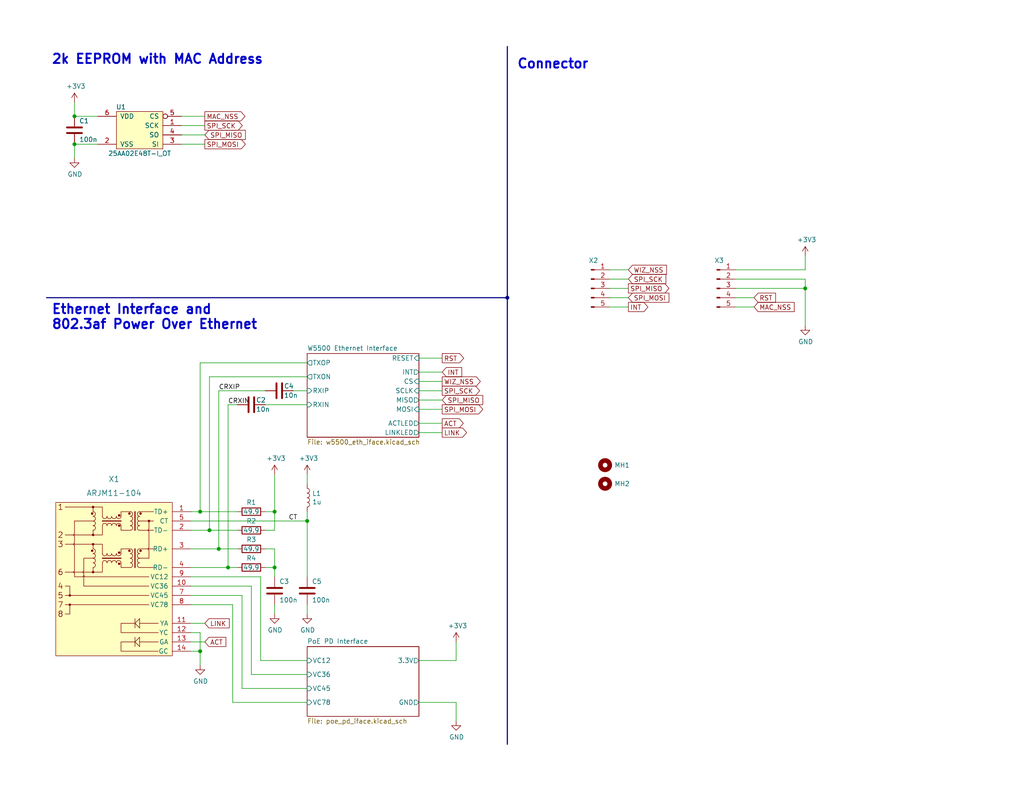
<source format=kicad_sch>
(kicad_sch (version 20230121) (generator eeschema)
  (paper "USLetter")
  (title_block (title "PoE Addon") (date "2022-06-26") (rev "1") (company "Alex Martens"))
  (lib_symbols
    (symbol "Connector:Conn_01x05_Male" (pin_names (offset 1.016) hide)
      (property "Reference" "J" (at 0 7.62 0))
      (property "Value" "Conn_01x05_Male" (at 0 -7.62 0))
      (symbol "Conn_01x05_Male_1_1"
        (polyline (pts (xy 1.27 -5.08) (xy 0.8636 -5.08)) (stroke (width 0.1524)))
        (polyline (pts (xy 1.27 -2.54) (xy 0.8636 -2.54)) (stroke (width 0.1524)))
        (polyline (pts (xy 1.27 0) (xy 0.8636 0)) (stroke (width 0.1524)))
        (polyline (pts (xy 1.27 2.54) (xy 0.8636 2.54)) (stroke (width 0.1524)))
        (polyline (pts (xy 1.27 5.08) (xy 0.8636 5.08)) (stroke (width 0.1524)))
        (rectangle (start 0.8636 -4.953) (end 0 -5.207) (stroke (width 0.1524)) (fill (type outline)))
        (rectangle (start 0.8636 -2.413) (end 0 -2.667) (stroke (width 0.1524)) (fill (type outline)))
        (rectangle (start 0.8636 0.127) (end 0 -0.127) (stroke (width 0.1524)) (fill (type outline)))
        (rectangle (start 0.8636 2.667) (end 0 2.413) (stroke (width 0.1524)) (fill (type outline)))
        (rectangle (start 0.8636 5.207) (end 0 4.953) (stroke (width 0.1524)) (fill (type outline)))
        (pin passive line (at 5.08 5.08 180) (length 3.81) (name "Pin_1") (number "1"))
        (pin passive line (at 5.08 2.54 180) (length 3.81) (name "Pin_2") (number "2"))
        (pin passive line (at 5.08 0 180) (length 3.81) (name "Pin_3") (number "3"))
        (pin passive line (at 5.08 -2.54 180) (length 3.81) (name "Pin_4") (number "4"))
        (pin passive line (at 5.08 -5.08 180) (length 3.81) (name "Pin_5") (number "5"))
      )
    )
    (symbol "Device:C" (pin_numbers hide) (pin_names (offset 0.254))
      (property "Reference" "C" (at 0.635 2.54 0))
      (property "Value" "C" (at 0.635 -2.54 0))
      (symbol "C_0_1"
        (polyline (pts (xy -2.032 -0.762) (xy 2.032 -0.762)) (stroke (width 0.508)))
        (polyline (pts (xy -2.032 0.762) (xy 2.032 0.762)) (stroke (width 0.508)))
      )
      (symbol "C_1_1"
        (pin passive line (at 0 3.81 270) (length 2.794) (name "~") (number "1"))
        (pin passive line (at 0 -3.81 90) (length 2.794) (name "~") (number "2"))
      )
    )
    (symbol "Device:L" (pin_numbers hide) (pin_names (offset 1.016) hide)
      (property "Reference" "L" (at -1.27 0 90))
      (property "Value" "L" (at 1.905 0 90))
      (symbol "L_0_1"
        (arc (start 0 -2.54) (mid 0.6323 -1.905) (end 0 -1.27))
        (arc (start 0 -1.27) (mid 0.6323 -0.635) (end 0 0))
        (arc (start 0 0) (mid 0.6323 0.635) (end 0 1.27))
        (arc (start 0 1.27) (mid 0.6323 1.905) (end 0 2.54))
      )
      (symbol "L_1_1"
        (pin passive line (at 0 3.81 270) (length 1.27) (name "1") (number "1"))
        (pin passive line (at 0 -3.81 90) (length 1.27) (name "2") (number "2"))
      )
    )
    (symbol "Device:R" (pin_numbers hide) (pin_names (offset 0))
      (property "Reference" "R" (at 2.032 0 90))
      (property "Value" "R" (at 0 0 90))
      (symbol "R_0_1"
        (rectangle (start -1.016 -2.54) (end 1.016 2.54) (stroke (width 0.254)))
      )
      (symbol "R_1_1"
        (pin passive line (at 0 3.81 270) (length 1.27) (name "~") (number "1"))
        (pin passive line (at 0 -3.81 90) (length 1.27) (name "~") (number "2"))
      )
    )
    (symbol "Mechanical:MountingHole" (pin_names (offset 1.016))
      (property "Reference" "H" (at 0 5.08 0))
      (property "Value" "MountingHole" (at 0 3.175 0))
      (symbol "MountingHole_0_1"
        (circle (center 0 0) (radius 1.27) (stroke (width 1.27)))
      )
    )
    (symbol "newam:25AA02E48T-I_OT" (pin_names (offset 1.016))
      (property "Reference" "U" (at -5.08 6.35 0))
      (property "Value" "25AA02E48T-I_OT" (at 0 -6.35 0))
      (symbol "25AA02E48T-I_OT_1_1"
        (rectangle (start -6.35 5.08) (end 6.35 -5.08) (fill (type background)))
        (pin input line (at 11.43 1.27 180) (length 5.08) (name "SCK") (number "1"))
        (pin power_in line (at -11.43 -3.81 0) (length 5.08) (name "VSS") (number "2"))
        (pin input line (at 11.43 -3.81 180) (length 5.08) (name "SI") (number "3"))
        (pin output line (at 11.43 -1.27 180) (length 5.08) (name "SO") (number "4"))
        (pin input inverted (at 11.43 3.81 180) (length 5.08) (name "CS") (number "5"))
        (pin power_in line (at -11.43 3.81 0) (length 5.08) (name "VDD") (number "6"))
      )
    )
    (symbol "newam:ARJM11-104" (pin_names (offset 1.016))
      (property "Reference" "X" (at -13.97 21.59 0))
      (property "Value" "ARJM11-104" (at 1.27 -24.13 0))
      (symbol "ARJM11-104_0_0"
        (rectangle (start -15.24 20.32) (end 16.51 -21.59) (fill (type background)))
        (circle (center -11.43 -5.08) (radius 0.254) (fill (type outline)))
        (text "1" (at -13.97 19.05 0) (effects (font (size 1.524 1.524))))
        (text "2" (at -13.97 11.43 0) (effects (font (size 1.524 1.524))))
        (text "3" (at -13.97 8.89 0) (effects (font (size 1.524 1.524))))
        (text "4" (at -13.97 -2.54 0) (effects (font (size 1.524 1.524))))
        (text "5" (at -13.97 -5.08 0) (effects (font (size 1.524 1.524))))
        (text "6" (at -13.97 1.27 0) (effects (font (size 1.524 1.524))))
        (text "7" (at -13.97 -7.62 0) (effects (font (size 1.524 1.524))))
        (text "8" (at -13.97 -10.16 0) (effects (font (size 1.524 1.524))))
      )
      (symbol "ARJM11-104_0_1"
        (circle (center -11.43 -7.62) (radius 0.254) (fill (type outline)))
        (arc (start -10.16 1.524) (mid -10.4129 1.27) (end -10.16 1.016))
        (arc (start -10.16 9.144) (mid -10.4129 8.89) (end -10.16 8.636))
        (arc (start -10.16 11.684) (mid -10.4129 11.43) (end -10.16 11.176))
        (arc (start -7.62 1.524) (mid -7.8729 1.27) (end -7.62 1.016))
        (arc (start -7.366 0) (mid -7.62 0.2529) (end -7.874 0))
        (circle (center -5.334 7.112) (radius 0.254) (fill (type outline)))
        (circle (center -5.334 17.272) (radius 0.254) (fill (type outline)))
        (circle (center -5.08 1.27) (radius 0.254) (fill (type outline)))
        (arc (start -5.08 2.54) (mid -4.4477 3.175) (end -5.08 3.81))
        (arc (start -5.08 3.81) (mid -4.4477 4.445) (end -5.08 5.08))
        (arc (start -5.08 5.08) (mid -4.4477 5.715) (end -5.08 6.35))
        (arc (start -5.08 6.35) (mid -4.4477 6.985) (end -5.08 7.62))
        (circle (center -5.08 8.89) (radius 0.254) (fill (type outline)))
        (circle (center -5.08 11.43) (radius 0.254) (fill (type outline)))
        (arc (start -5.08 12.7) (mid -4.4477 13.335) (end -5.08 13.97))
        (arc (start -5.08 13.97) (mid -4.4477 14.605) (end -5.08 15.24))
        (arc (start -5.08 15.24) (mid -4.4477 15.875) (end -5.08 16.51))
        (arc (start -5.08 16.51) (mid -4.4477 17.145) (end -5.08 17.78))
        (circle (center -5.08 19.05) (radius 0.254) (fill (type outline)))
        (arc (start -2.54 6.35) (mid -1.905 5.7177) (end -1.27 6.35))
        (arc (start -2.54 16.51) (mid -1.905 15.8777) (end -1.27 16.51))
        (arc (start -1.27 3.81) (mid -1.905 4.4423) (end -2.54 3.81))
        (arc (start -1.27 6.35) (mid -0.635 5.7177) (end 0 6.35))
        (arc (start -1.27 13.97) (mid -1.905 14.6023) (end -2.54 13.97))
        (arc (start -1.27 16.51) (mid -0.635 15.8777) (end 0 16.51))
        (polyline (pts (xy -10.16 1.524) (xy -10.16 8.636)))
        (polyline (pts (xy -10.16 9.144) (xy -10.16 11.176)))
        (polyline (pts (xy -10.16 11.684) (xy -10.16 15.24)))
        (polyline (pts (xy -10.16 15.24) (xy -6.35 15.24)))
        (polyline (pts (xy -7.874 0) (xy -9.144 0)))
        (polyline (pts (xy -6.35 15.24) (xy -5.08 15.24)))
        (polyline (pts (xy -5.08 1.27) (xy -12.7 1.27)))
        (polyline (pts (xy -5.08 8.89) (xy -12.7 8.89)))
        (polyline (pts (xy -5.08 11.43) (xy -12.7 11.43)))
        (polyline (pts (xy -5.08 19.05) (xy -12.7 19.05)))
        (polyline (pts (xy -2.54 5.08) (xy 2.54 5.08)) (stroke (width 0.3048)))
        (polyline (pts (xy -2.54 15.24) (xy 2.54 15.24)) (stroke (width 0.3048)))
        (polyline (pts (xy 6.35 -19.05) (xy 6.35 -16.51)))
        (polyline (pts (xy 6.35 -17.78) (xy 7.62 -19.05)))
        (polyline (pts (xy 6.35 -13.97) (xy 6.35 -11.43)))
        (polyline (pts (xy 6.35 -12.7) (xy 7.62 -13.97)))
        (polyline (pts (xy 6.35 7.62) (xy 6.35 2.54)) (stroke (width 0.3048)))
        (polyline (pts (xy 6.35 17.78) (xy 6.35 12.7)) (stroke (width 0.3048)))
        (polyline (pts (xy 7.62 -19.05) (xy 7.62 -16.51)))
        (polyline (pts (xy 7.62 -16.51) (xy 6.35 -17.78)))
        (polyline (pts (xy 7.62 -13.97) (xy 7.62 -11.43)))
        (polyline (pts (xy 7.62 -11.43) (xy 6.35 -12.7)))
        (polyline (pts (xy 7.62 2.54) (xy 11.43 2.54)))
        (polyline (pts (xy 7.62 5.08) (xy 10.16 5.08)))
        (polyline (pts (xy 7.62 7.62) (xy 11.43 7.62)))
        (polyline (pts (xy 7.62 12.7) (xy 11.43 12.7)))
        (polyline (pts (xy 7.62 15.24) (xy 10.16 15.24)))
        (polyline (pts (xy 7.62 17.78) (xy 11.43 17.78)))
        (polyline (pts (xy 10.16 -7.62) (xy -12.7 -7.62)))
        (polyline (pts (xy 10.16 -5.08) (xy -12.7 -5.08)))
        (polyline (pts (xy 10.16 0) (xy -7.366 0)))
        (polyline (pts (xy 10.16 7.366) (xy 10.16 5.08)))
        (polyline (pts (xy 10.16 7.874) (xy 10.16 12.446)))
        (polyline (pts (xy 10.16 15.24) (xy 10.16 12.954)))
        (polyline (pts (xy 10.16 15.24) (xy 11.43 15.24)))
        (polyline (pts (xy 12.7 -17.78) (xy 7.62 -17.78)))
        (polyline (pts (xy 12.7 -12.7) (xy 7.62 -12.7)))
        (polyline (pts (xy -11.43 -7.62) (xy -11.43 -10.16) (xy -12.7 -10.16)))
        (polyline (pts (xy -11.43 -5.08) (xy -11.43 -2.54) (xy -12.7 -2.54)))
        (polyline (pts (xy -9.144 0) (xy -10.16 0) (xy -10.16 1.016)))
        (polyline (pts (xy -5.08 5.08) (xy -7.62 5.08) (xy -7.62 1.524)))
        (polyline (pts (xy 5.08 2.54) (xy 2.54 2.54) (xy 2.54 3.81)))
        (polyline (pts (xy 5.08 7.62) (xy 2.54 7.62) (xy 2.54 6.35)))
        (polyline (pts (xy 5.08 12.7) (xy 2.54 12.7) (xy 2.54 13.97)))
        (polyline (pts (xy 10.16 -2.54) (xy -7.62 -2.54) (xy -7.62 1.016)))
        (polyline (pts (xy -5.08 2.54) (xy -5.08 1.27) (xy -2.54 1.27) (xy -2.54 3.81)))
        (polyline (pts (xy -5.08 7.62) (xy -5.08 8.89) (xy -2.54 8.89) (xy -2.54 6.35)))
        (polyline (pts (xy -5.08 12.7) (xy -5.08 11.43) (xy -2.54 11.43) (xy -2.54 13.97)))
        (polyline (pts (xy -5.08 17.78) (xy -5.08 19.05) (xy -2.54 19.05) (xy -2.54 16.51)))
        (polyline (pts (xy 5.08 17.78) (xy 2.54 17.78) (xy 2.54 16.764) (xy 2.54 16.51)))
        (polyline (pts (xy 6.35 -17.78) (xy 2.54 -17.78) (xy 2.54 -20.32) (xy 12.7 -20.32)))
        (polyline (pts (xy 6.35 -12.7) (xy 2.54 -12.7) (xy 2.54 -15.24) (xy 12.7 -15.24)))
        (arc (start 0 3.81) (mid -0.635 4.4423) (end -1.27 3.81))
        (arc (start 0 6.35) (mid 0.635 5.7177) (end 1.27 6.35))
        (arc (start 0 13.97) (mid -0.635 14.6023) (end -1.27 13.97))
        (arc (start 0 16.51) (mid 0.635 15.8777) (end 1.27 16.51))
        (arc (start 1.27 3.81) (mid 0.635 4.4423) (end 0 3.81))
        (arc (start 1.27 6.35) (mid 1.905 5.7177) (end 2.54 6.35))
        (arc (start 1.27 13.97) (mid 0.635 14.6023) (end 0 13.97))
        (arc (start 1.27 16.51) (mid 1.905 15.8777) (end 2.54 16.51))
        (circle (center 2.032 3.556) (radius 0.254) (fill (type outline)))
        (circle (center 2.032 6.604) (radius 0.254) (fill (type outline)))
        (circle (center 2.032 13.97) (radius 0.254) (fill (type outline)))
        (circle (center 2.032 16.764) (radius 0.254) (fill (type outline)))
        (arc (start 2.54 3.81) (mid 1.905 4.4423) (end 1.27 3.81))
        (arc (start 2.54 13.97) (mid 1.905 14.6023) (end 1.27 13.97))
        (circle (center 4.826 7.112) (radius 0.254) (fill (type outline)))
        (circle (center 4.826 17.272) (radius 0.254) (fill (type outline)))
        (arc (start 5.08 2.54) (mid 5.7123 3.175) (end 5.08 3.81))
        (arc (start 5.08 3.81) (mid 5.7123 4.445) (end 5.08 5.08))
        (arc (start 5.08 5.08) (mid 5.7123 5.715) (end 5.08 6.35))
        (arc (start 5.08 6.35) (mid 5.7123 6.985) (end 5.08 7.62))
        (arc (start 5.08 12.7) (mid 5.7123 13.335) (end 5.08 13.97))
        (arc (start 5.08 13.97) (mid 5.7123 14.605) (end 5.08 15.24))
        (arc (start 5.08 15.24) (mid 5.7123 15.875) (end 5.08 16.51))
        (arc (start 5.08 16.51) (mid 5.7123 17.145) (end 5.08 17.78))
        (arc (start 7.62 3.81) (mid 6.9877 3.175) (end 7.62 2.54))
        (arc (start 7.62 5.08) (mid 6.9877 4.445) (end 7.62 3.81))
        (arc (start 7.62 6.35) (mid 6.9877 5.715) (end 7.62 5.08))
        (arc (start 7.62 7.62) (mid 6.9877 6.985) (end 7.62 6.35))
        (arc (start 7.62 13.97) (mid 6.9877 13.335) (end 7.62 12.7))
        (arc (start 7.62 15.24) (mid 6.9877 14.605) (end 7.62 13.97))
        (arc (start 7.62 16.51) (mid 6.9877 15.875) (end 7.62 15.24))
        (arc (start 7.62 17.78) (mid 6.9877 17.145) (end 7.62 16.51))
        (circle (center 7.874 7.112) (radius 0.254) (fill (type outline)))
        (circle (center 7.874 17.272) (radius 0.254) (fill (type outline)))
        (arc (start 10.16 7.874) (mid 9.9071 7.62) (end 10.16 7.366))
        (arc (start 10.16 12.954) (mid 9.9071 12.7) (end 10.16 12.446))
        (circle (center 10.16 15.24) (radius 0.254) (fill (type outline)))
      )
      (symbol "ARJM11-104_1_1"
        (pin input line (at 21.59 17.78 180) (length 5.08) (name "TD+") (number "1"))
        (pin power_out line (at 21.59 -2.54 180) (length 5.08) (name "VC36") (number "10"))
        (pin input line (at 21.59 -12.7 180) (length 5.08) (name "YA") (number "11"))
        (pin input line (at 21.59 -15.24 180) (length 5.08) (name "YC") (number "12"))
        (pin input line (at 21.59 -17.78 180) (length 5.08) (name "GA") (number "13"))
        (pin input line (at 21.59 -20.32 180) (length 5.08) (name "GC") (number "14"))
        (pin input line (at 21.59 12.7 180) (length 5.08) (name "TD-") (number "2"))
        (pin input line (at 21.59 7.62 180) (length 5.08) (name "RD+") (number "3"))
        (pin input line (at 21.59 2.54 180) (length 5.08) (name "RD-") (number "4"))
        (pin input line (at 21.59 15.24 180) (length 5.08) (name "CT") (number "5"))
        (pin power_out line (at 21.59 -5.08 180) (length 5.08) (name "VC45") (number "7"))
        (pin power_out line (at 21.59 -7.62 180) (length 5.08) (name "VC78") (number "8"))
        (pin power_out line (at 21.59 0 180) (length 5.08) (name "VC12") (number "9"))
      )
    )
    (symbol "power:+3.3V" (power) (pin_names (offset 0))
      (property "Value" "+3.3V" (at 0 3.556 0))
      (symbol "+3.3V_0_1"
        (polyline (pts (xy -0.762 1.27) (xy 0 2.54)))
        (polyline (pts (xy 0 0) (xy 0 2.54)))
        (polyline (pts (xy 0 2.54) (xy 0.762 1.27)))
      )
      (symbol "+3.3V_1_1"
        (pin power_in line (at 0 0 90) (length 0) hide (name "+3V3") (number "1"))
      )
    )
    (symbol "power:+3V3" (power) (pin_names (offset 0))
      (property "Value" "+3V3" (at 0 3.556 0))
      (symbol "+3V3_0_1"
        (polyline (pts (xy -0.762 1.27) (xy 0 2.54)))
        (polyline (pts (xy 0 0) (xy 0 2.54)))
        (polyline (pts (xy 0 2.54) (xy 0.762 1.27)))
      )
      (symbol "+3V3_1_1"
        (pin power_in line (at 0 0 90) (length 0) hide (name "+3V3") (number "1"))
      )
    )
    (symbol "power:GND" (power) (pin_names (offset 0))
      (property "Value" "GND" (at 0 -3.81 0))
      (symbol "GND_0_1"
        (polyline (pts (xy 0 0) (xy 0 -1.27) (xy 1.27 -1.27) (xy 0 -2.54) (xy -1.27 -1.27) (xy 0 -1.27)))
      )
      (symbol "GND_1_1"
        (pin power_in line (at 0 0 270) (length 0) hide (name "GND") (number "1"))
      )
    )
  )
  (junction (at 74.93 154.94))
  (junction (at 54.61 177.8))
  (junction (at 59.69 149.86))
  (junction (at 62.23 154.94))
  (junction (at 54.61 139.7))
  (junction (at 20.32 31.75))
  (junction (at 219.71 78.74))
  (junction (at 83.82 142.24))
  (junction (at 20.32 39.37))
  (junction (at 138.43 81.28))
  (junction (at 57.15 144.78))
  (junction (at 74.93 139.7))
  (wire (pts (xy 114.3 180.34) (xy 124.46 180.34)))
  (wire (pts (xy 52.07 154.94) (xy 62.23 154.94)))
  (wire (pts (xy 49.53 39.37) (xy 55.88 39.37)))
  (wire (pts (xy 72.39 139.7) (xy 74.93 139.7)))
  (wire (pts (xy 200.66 73.66) (xy 219.71 73.66)))
  (wire (pts (xy 20.32 27.94) (xy 20.32 31.75)))
  (bus (pts (xy 138.43 12.7) (xy 138.43 81.28)))
  (wire (pts (xy 74.93 144.78) (xy 74.93 139.7)))
  (wire (pts (xy 20.32 39.37) (xy 20.32 43.18)))
  (wire (pts (xy 26.67 31.75) (xy 20.32 31.75)))
  (wire (pts (xy 54.61 172.72) (xy 54.61 177.8)))
  (wire (pts (xy 83.82 167.64) (xy 83.82 165.1)))
  (wire (pts (xy 80.01 106.68) (xy 83.82 106.68)))
  (wire (pts (xy 26.67 39.37) (xy 20.32 39.37)))
  (wire (pts (xy 72.39 144.78) (xy 74.93 144.78)))
  (wire (pts (xy 52.07 165.1) (xy 63.5 165.1)))
  (wire (pts (xy 52.07 149.86) (xy 59.69 149.86)))
  (wire (pts (xy 52.07 160.02) (xy 68.58 160.02)))
  (wire (pts (xy 166.37 76.2) (xy 171.45 76.2)))
  (wire (pts (xy 57.15 144.78) (xy 64.77 144.78)))
  (wire (pts (xy 120.65 111.76) (xy 114.3 111.76)))
  (wire (pts (xy 120.65 106.68) (xy 114.3 106.68)))
  (wire (pts (xy 74.93 167.64) (xy 74.93 165.1)))
  (wire (pts (xy 68.58 160.02) (xy 68.58 184.15)))
  (wire (pts (xy 83.82 99.06) (xy 54.61 99.06)))
  (wire (pts (xy 66.04 187.96) (xy 83.82 187.96)))
  (wire (pts (xy 52.07 144.78) (xy 57.15 144.78)))
  (wire (pts (xy 124.46 180.34) (xy 124.46 175.26)))
  (wire (pts (xy 114.3 191.77) (xy 124.46 191.77)))
  (bus (pts (xy 12.7 81.28) (xy 138.43 81.28)))
  (wire (pts (xy 83.82 110.49) (xy 72.39 110.49)))
  (wire (pts (xy 72.39 149.86) (xy 74.93 149.86)))
  (wire (pts (xy 52.07 162.56) (xy 66.04 162.56)))
  (wire (pts (xy 166.37 78.74) (xy 171.45 78.74)))
  (wire (pts (xy 66.04 162.56) (xy 66.04 187.96)))
  (wire (pts (xy 83.82 142.24) (xy 83.82 139.7)))
  (wire (pts (xy 83.82 142.24) (xy 83.82 157.48)))
  (wire (pts (xy 54.61 139.7) (xy 64.77 139.7)))
  (wire (pts (xy 59.69 149.86) (xy 64.77 149.86)))
  (wire (pts (xy 71.12 180.34) (xy 83.82 180.34)))
  (wire (pts (xy 57.15 102.87) (xy 83.82 102.87)))
  (wire (pts (xy 52.07 172.72) (xy 54.61 172.72)))
  (wire (pts (xy 200.66 78.74) (xy 219.71 78.74)))
  (wire (pts (xy 166.37 73.66) (xy 171.45 73.66)))
  (wire (pts (xy 166.37 83.82) (xy 171.45 83.82)))
  (wire (pts (xy 83.82 132.08) (xy 83.82 129.54)))
  (wire (pts (xy 114.3 109.22) (xy 120.65 109.22)))
  (wire (pts (xy 200.66 83.82) (xy 205.74 83.82)))
  (wire (pts (xy 52.07 139.7) (xy 54.61 139.7)))
  (wire (pts (xy 54.61 99.06) (xy 54.61 139.7)))
  (wire (pts (xy 219.71 73.66) (xy 219.71 69.85)))
  (wire (pts (xy 200.66 76.2) (xy 219.71 76.2)))
  (wire (pts (xy 219.71 78.74) (xy 219.71 88.9)))
  (wire (pts (xy 114.3 97.79) (xy 120.65 97.79)))
  (wire (pts (xy 219.71 76.2) (xy 219.71 78.74)))
  (wire (pts (xy 74.93 154.94) (xy 74.93 157.48)))
  (wire (pts (xy 52.07 175.26) (xy 55.88 175.26)))
  (wire (pts (xy 57.15 102.87) (xy 57.15 144.78)))
  (wire (pts (xy 63.5 165.1) (xy 63.5 191.77)))
  (wire (pts (xy 114.3 101.6) (xy 120.65 101.6)))
  (wire (pts (xy 74.93 129.54) (xy 74.93 139.7)))
  (wire (pts (xy 54.61 177.8) (xy 54.61 181.61)))
  (wire (pts (xy 62.23 110.49) (xy 64.77 110.49)))
  (wire (pts (xy 49.53 36.83) (xy 55.88 36.83)))
  (wire (pts (xy 63.5 191.77) (xy 83.82 191.77)))
  (wire (pts (xy 59.69 106.68) (xy 59.69 149.86)))
  (wire (pts (xy 74.93 149.86) (xy 74.93 154.94)))
  (wire (pts (xy 52.07 170.18) (xy 55.88 170.18)))
  (wire (pts (xy 49.53 31.75) (xy 55.88 31.75)))
  (wire (pts (xy 71.12 157.48) (xy 71.12 180.34)))
  (wire (pts (xy 114.3 104.14) (xy 120.65 104.14)))
  (wire (pts (xy 114.3 115.57) (xy 120.65 115.57)))
  (wire (pts (xy 72.39 154.94) (xy 74.93 154.94)))
  (wire (pts (xy 62.23 110.49) (xy 62.23 154.94)))
  (wire (pts (xy 166.37 81.28) (xy 171.45 81.28)))
  (wire (pts (xy 114.3 118.11) (xy 120.65 118.11)))
  (wire (pts (xy 52.07 177.8) (xy 54.61 177.8)))
  (wire (pts (xy 62.23 154.94) (xy 64.77 154.94)))
  (wire (pts (xy 52.07 157.48) (xy 71.12 157.48)))
  (wire (pts (xy 59.69 106.68) (xy 72.39 106.68)))
  (bus (pts (xy 138.43 81.28) (xy 138.43 203.2)))
  (wire (pts (xy 49.53 34.29) (xy 55.88 34.29)))
  (wire (pts (xy 200.66 81.28) (xy 205.74 81.28)))
  (wire (pts (xy 124.46 191.77) (xy 124.46 196.85)))
  (wire (pts (xy 68.58 184.15) (xy 83.82 184.15)))
  (wire (pts (xy 52.07 142.24) (xy 83.82 142.24)))
  (text "2k EEPROM with MAC Address" (at 13.97 17.78 0) (effects (font (size 2.54 2.54) (thickness 0.508) bold) (justify left bottom)))
  (text "Connector" (at 140.97 19.05 0) (effects (font (size 2.54 2.54) (thickness 0.508) bold) (justify left bottom)))
  (text "Ethernet Interface and\n802.3af Power Over Ethernet" (at 13.97 90.17 0) (effects (font (size 2.54 2.54) (thickness 0.508) bold) (justify left bottom)))
  (label "CRXIN" (at 62.23 110.49 0))
  (label "CRXIP" (at 59.69 106.68 0))
  (label "CT" (at 78.74 142.24 0))
  (global_label "LINK" (shape input) (at 55.88 170.18 0) (property "Intersheetrefs" "${INTERSHEET_REFS}" (effects hide)))
  (global_label "SPI_MISO" (shape input) (at 55.88 36.83 0) (property "Intersheetrefs" "${INTERSHEET_REFS}" (effects hide)))
  (global_label "RST" (shape input) (at 205.74 81.28 0) (property "Intersheetrefs" "${INTERSHEET_REFS}" (effects hide)))
  (global_label "WIZ_NSS" (shape output) (at 120.65 104.14 0) (property "Intersheetrefs" "${INTERSHEET_REFS}" (effects hide)))
  (global_label "ACT" (shape output) (at 120.65 115.57 0) (property "Intersheetrefs" "${INTERSHEET_REFS}" (effects hide)))
  (global_label "INT" (shape input) (at 120.65 101.6 0) (property "Intersheetrefs" "${INTERSHEET_REFS}" (effects hide)))
  (global_label "SPI_SCK" (shape input) (at 171.45 76.2 0) (property "Intersheetrefs" "${INTERSHEET_REFS}" (effects hide)))
  (global_label "SPI_MISO" (shape input) (at 120.65 109.22 0) (property "Intersheetrefs" "${INTERSHEET_REFS}" (effects hide)))
  (global_label "MAC_NSS" (shape input) (at 205.74 83.82 0) (property "Intersheetrefs" "${INTERSHEET_REFS}" (effects hide)))
  (global_label "WIZ_NSS" (shape input) (at 171.45 73.66 0) (property "Intersheetrefs" "${INTERSHEET_REFS}" (effects hide)))
  (global_label "LINK" (shape output) (at 120.65 118.11 0) (property "Intersheetrefs" "${INTERSHEET_REFS}" (effects hide)))
  (global_label "ACT" (shape input) (at 55.88 175.26 0) (property "Intersheetrefs" "${INTERSHEET_REFS}" (effects hide)))
  (global_label "SPI_SCK" (shape output) (at 55.88 34.29 0) (property "Intersheetrefs" "${INTERSHEET_REFS}" (effects hide)))
  (global_label "SPI_MOSI" (shape output) (at 55.88 39.37 0) (property "Intersheetrefs" "${INTERSHEET_REFS}" (effects hide)))
  (global_label "SPI_MOSI" (shape output) (at 120.65 111.76 0) (property "Intersheetrefs" "${INTERSHEET_REFS}" (effects hide)))
  (global_label "MAC_NSS" (shape output) (at 55.88 31.75 0) (property "Intersheetrefs" "${INTERSHEET_REFS}" (effects hide)))
  (global_label "SPI_MISO" (shape output) (at 171.45 78.74 0) (property "Intersheetrefs" "${INTERSHEET_REFS}" (effects hide)))
  (global_label "SPI_MOSI" (shape input) (at 171.45 81.28 0) (property "Intersheetrefs" "${INTERSHEET_REFS}" (effects hide)))
  (global_label "INT" (shape output) (at 171.45 83.82 0) (property "Intersheetrefs" "${INTERSHEET_REFS}" (effects hide)))
  (global_label "SPI_SCK" (shape output) (at 120.65 106.68 0) (property "Intersheetrefs" "${INTERSHEET_REFS}" (effects hide)))
  (global_label "RST" (shape output) (at 120.65 97.79 0) (property "Intersheetrefs" "${INTERSHEET_REFS}" (effects hide)))
  (symbol (lib_id "Device:C") (at 68.58 110.49 270) (unit 1)
    (property "Reference" "C2" (at 69.85 109.22 90) (effects (justify left)))
    (property "Value" "10n" (at 69.85 111.76 90) (effects (justify left)))
    (property "Footprint" "Capacitor_SMD:C_0603_1608Metric" (effects hide))
    (property "DigiKey Part Number" "1276-1009-1-ND" (effects hide))
    (property "Tolerance" "10%" (effects hide))
    (property "Voltage" "50V" (effects hide))
  )
  (symbol (lib_id "Device:R") (at 68.58 139.7 270) (unit 1)
    (property "Reference" "R1" (at 68.58 137.16 90))
    (property "Value" "49.9" (at 68.58 139.7 90))
    (property "Footprint" "Resistor_SMD:R_0805_2012Metric" (effects hide))
    (property "DigiKey Part Number" "RNCP0805FTD49R9CT-ND" (effects hide))
    (property "Tolerance" "1%" (effects hide))
    (property "Watts" "0.25" (effects hide))
  )
  (symbol (lib_id "Device:C") (at 74.93 161.29 0) (unit 1)
    (property "Reference" "C3" (at 76.2 158.75 0) (effects (justify left)))
    (property "Value" "100n" (at 76.2 163.83 0) (effects (justify left)))
    (property "Footprint" "Capacitor_SMD:C_0603_1608Metric" (effects hide))
    (property "DigiKey Part Number" "1276-1005-1-ND" (effects hide))
    (property "Tolerance" "10%" (effects hide))
    (property "Voltage" "16" (effects hide))
  )
  (symbol (lib_id "Device:R") (at 68.58 144.78 270) (unit 1)
    (property "Reference" "R2" (at 68.58 142.24 90))
    (property "Value" "49.9" (at 68.58 144.78 90))
    (property "Footprint" "Resistor_SMD:R_0805_2012Metric" (effects hide))
    (property "DigiKey Part Number" "RNCP0805FTD49R9CT-ND" (effects hide))
    (property "Tolerance" "1%" (effects hide))
    (property "Watts" "0.25" (effects hide))
  )
  (symbol (lib_id "Device:R") (at 68.58 149.86 270) (unit 1)
    (property "Reference" "R3" (at 68.58 147.32 90))
    (property "Value" "49.9" (at 68.58 149.86 90))
    (property "Footprint" "Resistor_SMD:R_0805_2012Metric" (effects hide))
    (property "DigiKey Part Number" "RNCP0805FTD49R9CT-ND" (effects hide))
    (property "Tolerance" "1%" (effects hide))
    (property "Watts" "0.25" (effects hide))
  )
  (symbol (lib_id "Device:R") (at 68.58 154.94 270) (unit 1)
    (property "Reference" "R4" (at 68.58 152.4 90))
    (property "Value" "49.9" (at 68.58 154.94 90))
    (property "Footprint" "Resistor_SMD:R_0805_2012Metric" (effects hide))
    (property "DigiKey Part Number" "RNCP0805FTD49R9CT-ND" (effects hide))
    (property "Tolerance" "1%" (effects hide))
    (property "Watts" "0.25" (effects hide))
  )
  (symbol (lib_id "Device:C") (at 76.2 106.68 270) (unit 1)
    (property "Reference" "C4" (at 77.47 105.41 90) (effects (justify left)))
    (property "Value" "10n" (at 77.47 107.95 90) (effects (justify left)))
    (property "Footprint" "Capacitor_SMD:C_0603_1608Metric" (effects hide))
    (property "DigiKey Part Number" "1276-1009-1-ND" (effects hide))
    (property "Tolerance" "10%" (effects hide))
    (property "Voltage" "50V" (effects hide))
  )
  (symbol (lib_id "power:GND") (at 74.93 167.64 0) (unit 1)
    (property "Reference" "#PWR05" (effects hide))
    (property "Value" "GND" (at 75.057 172.0342 0))
  )
  (symbol (lib_id "power:+3V3") (at 74.93 129.54 0) (unit 1)
    (property "Reference" "#PWR04" (effects hide))
    (property "Value" "+3V3" (at 75.311 125.1458 0))
  )
  (symbol (lib_id "power:GND") (at 83.82 167.64 0) (unit 1)
    (property "Reference" "#PWR07" (effects hide))
    (property "Value" "GND" (at 83.947 172.0342 0))
  )
  (symbol (lib_id "Device:L") (at 83.82 135.89 0) (unit 1)
    (property "Reference" "L1" (at 85.1662 134.7216 0) (effects (justify left)))
    (property "Value" "1u" (at 85.1662 137.033 0) (effects (justify left)))
    (property "Footprint" "Inductor_SMD:L_0603_1608Metric" (effects hide))
    (property "DigiKey Part Number" "445-3163-1-ND" (effects hide))
    (property "Tolerance" "20%" (effects hide))
    (property "Amps" "600m" (effects hide))
  )
  (symbol (lib_id "power:+3V3") (at 83.82 129.54 0) (unit 1)
    (property "Reference" "#PWR06" (effects hide))
    (property "Value" "+3V3" (at 84.201 125.1458 0))
  )
  (symbol (lib_id "power:GND") (at 124.46 196.85 0) (unit 1)
    (property "Reference" "#PWR09" (effects hide))
    (property "Value" "GND" (at 124.587 201.2442 0))
  )
  (symbol (lib_id "power:+3.3V") (at 124.46 175.26 0) (unit 1)
    (property "Reference" "#PWR08" (effects hide))
    (property "Value" "+3.3V" (at 124.841 170.8658 0))
  )
  (symbol (lib_id "Device:C") (at 83.82 161.29 0) (unit 1)
    (property "Reference" "C5" (at 85.09 158.75 0) (effects (justify left)))
    (property "Value" "100n" (at 85.09 163.83 0) (effects (justify left)))
    (property "Footprint" "Capacitor_SMD:C_0603_1608Metric" (effects hide))
    (property "DigiKey Part Number" "1276-1005-1-ND" (effects hide))
    (property "Tolerance" "10%" (effects hide))
    (property "Voltage" "16" (effects hide))
  )
  (symbol (lib_id "newam:25AA02E48T-I_OT") (at 38.1 35.56 0) (unit 1)
    (property "Reference" "U1" (at 33.02 29.21 0))
    (property "Value" "25AA02E48T-I_OT" (at 38.1 41.91 0))
    (property "Footprint" "Package_TO_SOT_SMD:SOT-23-6" (effects hide))
    (property "Datasheet" "http://ww1.microchip.com/downloads/en/DeviceDoc/25AA02E48-25AA02E64-2K-SPI-Bus-Serial-EEPROM-Data%20Sheet_DS20002123G.pdf" (effects hide))
    (property "DigiKey Part Number" "25AA02E48T-I/OT" (effects hide))
    (property "LCSC" "C145570" (effects hide))
  )
  (symbol (lib_id "Device:C") (at 20.32 35.56 0) (unit 1)
    (property "Reference" "C1" (at 21.59 33.02 0) (effects (justify left)))
    (property "Value" "100n" (at 21.59 38.1 0) (effects (justify left)))
    (property "Footprint" "Capacitor_SMD:C_0603_1608Metric" (effects hide))
    (property "DigiKey Part Number" "1276-1005-1-ND" (effects hide))
    (property "Tolerance" "10%" (effects hide))
    (property "Voltage" "16" (effects hide))
  )
  (symbol (lib_id "power:GND") (at 20.32 43.18 0) (unit 1)
    (property "Reference" "#PWR02" (effects hide))
    (property "Value" "GND" (at 20.447 47.5742 0))
  )
  (symbol (lib_id "power:+3V3") (at 20.32 27.94 0) (unit 1)
    (property "Reference" "#PWR01" (effects hide))
    (property "Value" "+3V3" (at 20.701 23.5458 0))
  )
  (symbol (lib_id "newam:ARJM11-104") (at 30.48 157.48 0) (unit 1)
    (property "Reference" "X1" (at 31.115 130.81 0) (effects (font (size 1.524 1.524))))
    (property "Value" "ARJM11-104" (at 31.115 134.62 0) (effects (font (size 1.524 1.524))))
    (property "Footprint" "newam:ARJM11D7-104-AB-EW2" (effects hide))
    (property "Datasheet" "https://abracon.com/Magnetics/ARJM11.pdf" (effects hide))
    (property "DigiKey Part Number" "535-14150-ND" (effects hide))
  )
  (symbol (lib_id "Mechanical:MountingHole") (at 165.1 127 0) (unit 1)
    (property "Reference" "MH1" (at 167.64 127 0) (effects (justify left)))
    (property "Value" "MountingHole" (effects hide))
    (property "Footprint" "MountingHole:MountingHole_3.2mm_M3" (effects hide))
  )
  (symbol (lib_id "power:GND") (at 54.61 181.61 0) (unit 1)
    (property "Reference" "#PWR03" (effects hide))
    (property "Value" "GND" (at 54.737 186.0042 0))
  )
  (symbol (lib_id "Connector:Conn_01x05_Male") (at 161.29 78.74 0) (unit 1)
    (property "Reference" "X2" (at 161.925 71.12 0))
    (property "Value" "Conn_01x05_Male" (effects hide))
    (property "Footprint" "Connector_PinHeader_2.54mm:PinHeader_1x05_P2.54mm_Vertical" (effects hide))
  )
  (symbol (lib_id "power:GND") (at 219.71 88.9 0) (unit 1)
    (property "Reference" "#PWR011" (effects hide))
    (property "Value" "GND" (at 219.837 93.2942 0))
  )
  (symbol (lib_id "Mechanical:MountingHole") (at 165.1 132.08 0) (unit 1)
    (property "Reference" "MH2" (at 167.64 132.08 0) (effects (justify left)))
    (property "Value" "MountingHole" (effects hide))
    (property "Footprint" "MountingHole:MountingHole_3.2mm_M3" (effects hide))
  )
  (symbol (lib_id "power:+3V3") (at 219.71 69.85 0) (unit 1)
    (property "Reference" "#PWR010" (effects hide))
    (property "Value" "+3V3" (at 220.091 65.4558 0))
  )
  (symbol (lib_id "Connector:Conn_01x05_Male") (at 195.58 78.74 0) (unit 1)
    (property "Reference" "X3" (at 196.215 71.12 0))
    (property "Value" "Conn_01x05_Male" (effects hide))
    (property "Footprint" "Connector_PinHeader_2.54mm:PinHeader_1x05_P2.54mm_Vertical" (effects hide))
  )
  (sheet (at 83.82 176.53) (size 30.48 19.05)
    (property "Sheetname" "PoE PD Interface" (at 83.82 175.8184 0) (effects (justify left bottom)))
    (property "Sheetfile" "poe_pd_iface.kicad_sch" (at 83.82 196.1646 0) (effects (justify left top)))
    (pin "VC12" input (at 83.82 180.34 180))
    (pin "VC36" input (at 83.82 184.15 180))
    (pin "VC45" input (at 83.82 187.96 180))
    (pin "VC78" input (at 83.82 191.77 180))
    (pin "GND" output (at 114.3 191.77 0))
    (pin "3.3V" output (at 114.3 180.34 0))
  )
  (sheet (at 83.82 96.52) (size 30.48 22.86)
    (property "Sheetname" "W5500 Ethernet Interface" (at 83.82 95.8084 0) (effects (justify left bottom)))
    (property "Sheetfile" "w5500_eth_iface.kicad_sch" (at 83.82 119.9646 0) (effects (justify left top)))
    (pin "CS" input (at 114.3 104.14 0))
    (pin "MISO" output (at 114.3 109.22 0))
    (pin "MOSI" input (at 114.3 111.76 0))
    (pin "SCLK" input (at 114.3 106.68 0))
    (pin "RESET" input (at 114.3 97.79 0))
    (pin "RXIP" input (at 83.82 106.68 180))
    (pin "RXIN" input (at 83.82 110.49 180))
    (pin "TXOP" output (at 83.82 99.06 180))
    (pin "TXON" output (at 83.82 102.87 180))
    (pin "INT" output (at 114.3 101.6 0))
    (pin "ACTLED" output (at 114.3 115.57 0))
    (pin "LINKLED" output (at 114.3 118.11 0))
  )
)
</source>
